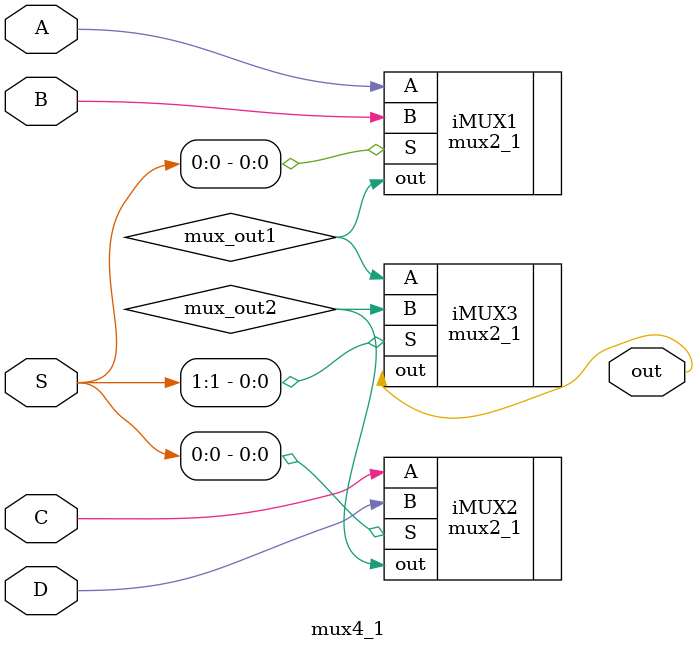
<source format=v>
module mux4_1(A, B, C, D, S, out);

  input A, B, C, D;  
  input [1:0] S;
  output out;

  wire mux_out1, mux_out2;

  mux2_1 iMUX1(.A(A), .B(B), .S(S[0]), .out(mux_out1));
  mux2_1 iMUX2(.A(C), .B(D), .S(S[0]), .out(mux_out2));
  mux2_1 iMUX3(.A(mux_out1), .B(mux_out2), .S(S[1]), .out(out));
endmodule

</source>
